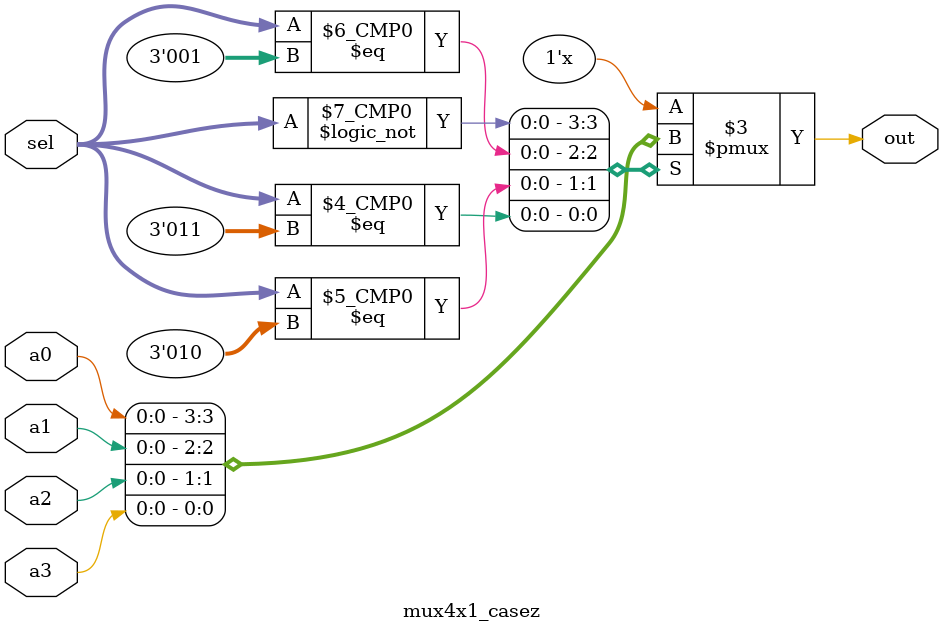
<source format=v>
`timescale 1ns / 1ps


module mux4x1_casez(
    input  a0, a1, a2, a3,
    input [2:0] sel,
    output reg out 
       );
       
       always @ (a0 or a1 or a2 or a3 or sel)
            casez(sel)
                2'b000: out = a0;
                2'b001: out = a1;
                2'b010: out = a2;
                2'b011: out = a3;
                2'b0??: out = 0;
             endcase                  
endmodule

</source>
